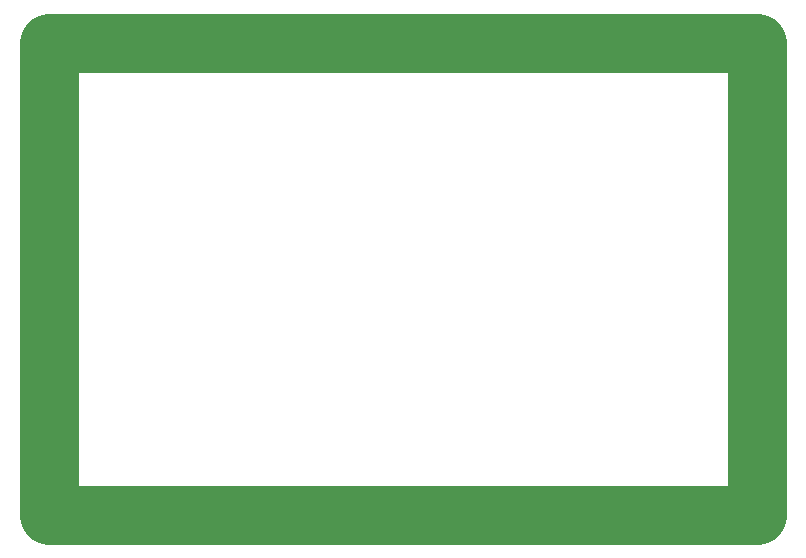
<source format=gbr>
G04 #@! TF.GenerationSoftware,KiCad,Pcbnew,(5.1.5-0-10_14)*
G04 #@! TF.CreationDate,2020-02-11T13:30:23+00:00*
G04 #@! TF.ProjectId,K1889054_A2000_01,4b313838-3930-4353-945f-41323030305f,1.0*
G04 #@! TF.SameCoordinates,Original*
G04 #@! TF.FileFunction,Other,User*
%FSLAX46Y46*%
G04 Gerber Fmt 4.6, Leading zero omitted, Abs format (unit mm)*
G04 Created by KiCad (PCBNEW (5.1.5-0-10_14)) date 2020-02-11 13:30:23*
%MOMM*%
%LPD*%
G04 APERTURE LIST*
%ADD10C,5.000000*%
G04 APERTURE END LIST*
D10*
X100000000Y-120000000D02*
X100000000Y-80000000D01*
X160000000Y-120000000D02*
X100000000Y-120000000D01*
X160000000Y-80000000D02*
X160000000Y-120000000D01*
X100000000Y-80000000D02*
X160000000Y-80000000D01*
M02*

</source>
